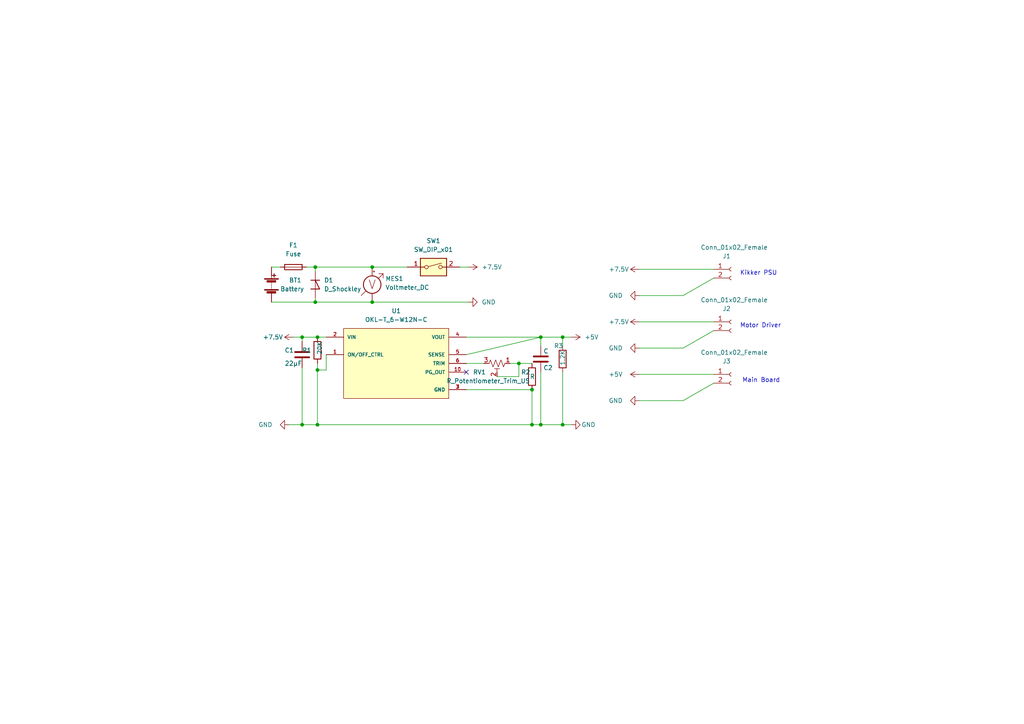
<source format=kicad_sch>
(kicad_sch (version 20211123) (generator eeschema)
  (paper "A4")
  (lib_symbols
    (symbol "Connector:Conn_01x02_Female" (pin_names (offset 1.016) hide)
      (property "Reference" "J" (at 0 2.54 0))
      (property "Value" "Conn_01x02_Female" (at 0 -5.08 0))
      (symbol "Conn_01x02_Female_1_1"
        (arc (start 0 -2.032) (mid -0.508 -2.54) (end 0 -3.048) (stroke (width 0.1524)))
        (polyline (pts (xy -1.27 -2.54) (xy -0.508 -2.54)) (stroke (width 0.1524)))
        (polyline (pts (xy -1.27 0) (xy -0.508 0)) (stroke (width 0.1524)))
        (arc (start 0 0.508) (mid -0.508 0) (end 0 -0.508) (stroke (width 0.1524)))
        (pin passive line (at -5.08 0 0) (length 3.81) (name "Pin_1") (number "1"))
        (pin passive line (at -5.08 -2.54 0) (length 3.81) (name "Pin_2") (number "2"))
      )
    )
    (symbol "Device:Battery" (pin_numbers hide) (pin_names (offset 0) hide)
      (property "Reference" "BT" (at 2.54 2.54 0))
      (property "Value" "Battery" (at 2.54 0 0))
      (symbol "Battery_0_1"
        (rectangle (start -2.032 -1.397) (end 2.032 -1.651) (fill (type outline)))
        (rectangle (start -2.032 1.778) (end 2.032 1.524) (fill (type outline)))
        (rectangle (start -1.3208 -1.9812) (end 1.27 -2.4892) (fill (type outline)))
        (rectangle (start -1.3208 1.1938) (end 1.27 0.6858) (fill (type outline)))
        (polyline (pts (xy 0 -1.524) (xy 0 -1.27)))
        (polyline (pts (xy 0 -1.016) (xy 0 -0.762)))
        (polyline (pts (xy 0 -0.508) (xy 0 -0.254)))
        (polyline (pts (xy 0 0) (xy 0 0.254)))
        (polyline (pts (xy 0 0.508) (xy 0 0.762)))
        (polyline (pts (xy 0 1.778) (xy 0 2.54)))
        (polyline (pts (xy 0.254 2.667) (xy 1.27 2.667)) (stroke (width 0.254)))
        (polyline (pts (xy 0.762 3.175) (xy 0.762 2.159)) (stroke (width 0.254)))
      )
      (symbol "Battery_1_1"
        (pin passive line (at 0 5.08 270) (length 2.54) (name "+") (number "1"))
        (pin passive line (at 0 -5.08 90) (length 2.54) (name "-") (number "2"))
      )
    )
    (symbol "Device:C" (pin_numbers hide) (pin_names (offset 0.254))
      (property "Reference" "C" (at 0.635 2.54 0))
      (property "Value" "C" (at 0.635 -2.54 0))
      (symbol "C_0_1"
        (polyline (pts (xy -2.032 -0.762) (xy 2.032 -0.762)) (stroke (width 0.508)))
        (polyline (pts (xy -2.032 0.762) (xy 2.032 0.762)) (stroke (width 0.508)))
      )
      (symbol "C_1_1"
        (pin passive line (at 0 3.81 270) (length 2.794) (name "~") (number "1"))
        (pin passive line (at 0 -3.81 90) (length 2.794) (name "~") (number "2"))
      )
    )
    (symbol "Device:D_Shockley" (pin_numbers hide) (pin_names (offset 1.016) hide)
      (property "Reference" "D" (at 0 2.54 0))
      (property "Value" "D_Shockley" (at 0 -2.54 0))
      (symbol "D_Shockley_0_1"
        (polyline (pts (xy -1.27 0) (xy 1.27 0)))
        (polyline (pts (xy -1.27 1.27) (xy -1.27 -1.27)) (stroke (width 0.254)))
        (polyline (pts (xy -1.27 0) (xy 1.27 1.27) (xy 1.27 -1.27)) (stroke (width 0.254)))
      )
      (symbol "D_Shockley_1_1"
        (pin passive line (at -3.81 0 0) (length 2.54) (name "K") (number "1"))
        (pin passive line (at 3.81 0 180) (length 2.54) (name "A") (number "2"))
      )
    )
    (symbol "Device:Fuse" (pin_numbers hide) (pin_names (offset 0))
      (property "Reference" "F" (at 2.032 0 90))
      (property "Value" "Fuse" (at -1.905 0 90))
      (symbol "Fuse_0_1"
        (rectangle (start -0.762 -2.54) (end 0.762 2.54) (stroke (width 0.254)))
        (polyline (pts (xy 0 2.54) (xy 0 -2.54)))
      )
      (symbol "Fuse_1_1"
        (pin passive line (at 0 3.81 270) (length 1.27) (name "~") (number "1"))
        (pin passive line (at 0 -3.81 90) (length 1.27) (name "~") (number "2"))
      )
    )
    (symbol "Device:R" (pin_numbers hide) (pin_names (offset 0))
      (property "Reference" "R" (at 2.032 0 90))
      (property "Value" "R" (at 0 0 90))
      (symbol "R_0_1"
        (rectangle (start -1.016 -2.54) (end 1.016 2.54) (stroke (width 0.254)))
      )
      (symbol "R_1_1"
        (pin passive line (at 0 3.81 270) (length 1.27) (name "~") (number "1"))
        (pin passive line (at 0 -3.81 90) (length 1.27) (name "~") (number "2"))
      )
    )
    (symbol "Device:R_Potentiometer_Trim_US" (pin_names (offset 1.016) hide)
      (property "Reference" "RV" (at -4.445 0 90))
      (property "Value" "R_Potentiometer_Trim_US" (at -2.54 0 90))
      (symbol "R_Potentiometer_Trim_US_0_1"
        (polyline (pts (xy 0 -2.286) (xy 0 -2.54)))
        (polyline (pts (xy 0 2.286) (xy 0 2.54)))
        (polyline (pts (xy 1.524 0.762) (xy 1.524 -0.762)))
        (polyline (pts (xy 2.54 0) (xy 1.524 0)))
        (polyline (pts (xy 0 -0.762) (xy 1.016 -1.143) (xy 0 -1.524) (xy -1.016 -1.905) (xy 0 -2.286)))
        (polyline (pts (xy 0 0.762) (xy 1.016 0.381) (xy 0 0) (xy -1.016 -0.381) (xy 0 -0.762)))
        (polyline (pts (xy 0 2.286) (xy 1.016 1.905) (xy 0 1.524) (xy -1.016 1.143) (xy 0 0.762)))
      )
      (symbol "R_Potentiometer_Trim_US_1_1"
        (pin passive line (at 0 3.81 270) (length 1.27) (name "1") (number "1"))
        (pin passive line (at 3.81 0 180) (length 1.27) (name "2") (number "2"))
        (pin passive line (at 0 -3.81 90) (length 1.27) (name "3") (number "3"))
      )
    )
    (symbol "Device:Voltmeter_DC" (pin_numbers hide) (pin_names (offset 0.0254) hide)
      (property "Reference" "MES" (at -3.302 1.016 0))
      (property "Value" "Voltmeter_DC" (at -3.302 -0.762 0))
      (symbol "Voltmeter_DC_0_0"
        (polyline (pts (xy -3.175 -3.175) (xy -1.905 -1.905)))
        (polyline (pts (xy 1.905 1.905) (xy 3.175 3.175)))
        (polyline (pts (xy 1.905 3.175) (xy 3.175 3.175) (xy 3.175 1.905)))
        (text "V" (at 0 0 0) (effects (font (size 2.54 2.54))))
      )
      (symbol "Voltmeter_DC_0_1"
        (polyline (pts (xy 0.254 3.81) (xy 0.762 3.81)))
        (polyline (pts (xy 0.508 4.064) (xy 0.508 3.556)))
        (circle (center 0 0) (radius 2.54) (stroke (width 0.254)))
      )
      (symbol "Voltmeter_DC_1_1"
        (pin passive line (at 0 -5.08 90) (length 2.54) (name "-") (number "1"))
        (pin passive line (at 0 5.08 270) (length 2.54) (name "+") (number "2"))
      )
    )
    (symbol "OKL-T_6-W12N-C:OKL-T_6-W12N-C" (pin_names (offset 1.016))
      (property "Reference" "U" (at -15.24 10.922 0))
      (property "Value" "OKL-T_6-W12N-C" (at -15.24 -12.7 0))
      (symbol "OKL-T_6-W12N-C_0_0"
        (rectangle (start -15.24 -10.16) (end 15.24 10.16) (stroke (width 0.1524)) (fill (type background)))
        (pin input line (at -20.32 2.54 0) (length 5.08) (name "ON/OFF_CTRL") (number "1"))
        (pin output line (at 20.32 -2.54 180) (length 5.08) (name "PG_OUT") (number "10"))
        (pin input line (at -20.32 7.62 0) (length 5.08) (name "VIN") (number "2"))
        (pin power_in line (at 20.32 -7.62 180) (length 5.08) (name "GND") (number "3"))
        (pin output line (at 20.32 7.62 180) (length 5.08) (name "VOUT") (number "4"))
        (pin input line (at 20.32 2.54 180) (length 5.08) (name "SENSE") (number "5"))
        (pin input line (at 20.32 0 180) (length 5.08) (name "TRIM") (number "6"))
        (pin power_in line (at 20.32 -7.62 180) (length 5.08) (name "GND") (number "7"))
      )
    )
    (symbol "Switch:SW_DIP_x01" (pin_names (offset 0) hide)
      (property "Reference" "SW" (at 0 3.81 0))
      (property "Value" "SW_DIP_x01" (at 0 -3.81 0))
      (symbol "SW_DIP_x01_0_0"
        (circle (center -2.032 0) (radius 0.508))
        (polyline (pts (xy -1.524 0.127) (xy 2.3622 1.1684)))
        (circle (center 2.032 0) (radius 0.508))
      )
      (symbol "SW_DIP_x01_0_1"
        (rectangle (start -3.81 2.54) (end 3.81 -2.54) (stroke (width 0.254)) (fill (type background)))
      )
      (symbol "SW_DIP_x01_1_1"
        (pin passive line (at -7.62 0 0) (length 5.08) (name "~") (number "1"))
        (pin passive line (at 7.62 0 180) (length 5.08) (name "~") (number "2"))
      )
    )
    (symbol "power:+5V" (power) (pin_names (offset 0))
      (property "Value" "+5V" (at 0 3.556 0))
      (symbol "+5V_0_1"
        (polyline (pts (xy -0.762 1.27) (xy 0 2.54)))
        (polyline (pts (xy 0 0) (xy 0 2.54)))
        (polyline (pts (xy 0 2.54) (xy 0.762 1.27)))
      )
      (symbol "+5V_1_1"
        (pin power_in line (at 0 0 90) (length 0) hide (name "+5V") (number "1"))
      )
    )
    (symbol "power:+7.5V" (power) (pin_names (offset 0))
      (property "Value" "+7.5V" (at 0 3.556 0))
      (symbol "+7.5V_0_1"
        (polyline (pts (xy -0.762 1.27) (xy 0 2.54)))
        (polyline (pts (xy 0 0) (xy 0 2.54)))
        (polyline (pts (xy 0 2.54) (xy 0.762 1.27)))
      )
      (symbol "+7.5V_1_1"
        (pin power_in line (at 0 0 90) (length 0) hide (name "+7.5V") (number "1"))
      )
    )
    (symbol "power:GND" (power) (pin_names (offset 0))
      (property "Value" "GND" (at 0 -3.81 0))
      (symbol "GND_0_1"
        (polyline (pts (xy 0 0) (xy 0 -1.27) (xy 1.27 -1.27) (xy 0 -2.54) (xy -1.27 -1.27) (xy 0 -1.27)))
      )
      (symbol "GND_1_1"
        (pin power_in line (at 0 0 270) (length 0) hide (name "GND") (number "1"))
      )
    )
  )
  (junction (at 87.63 97.79))
  (junction (at 91.44 87.63))
  (junction (at 150.495 105.41))
  (junction (at 92.075 123.19))
  (junction (at 163.195 123.19))
  (junction (at 92.075 107.315))
  (junction (at 154.305 123.19))
  (junction (at 92.075 97.79))
  (junction (at 154.305 113.03))
  (junction (at 107.95 77.47))
  (junction (at 91.44 77.47))
  (junction (at 107.95 87.63))
  (junction (at 163.195 97.79))
  (junction (at 156.845 123.19))
  (junction (at 87.63 123.19))
  (junction (at 156.845 97.79))
  (no_connect (at 135.255 107.95))
  (wire (pts (xy 185.42 93.345) (xy 207.01 93.345)))
  (wire (pts (xy 91.44 77.47) (xy 107.95 77.47)))
  (wire (pts (xy 163.195 97.79) (xy 163.195 100.33)))
  (wire (pts (xy 83.82 123.19) (xy 87.63 123.19)))
  (wire (pts (xy 135.255 102.87) (xy 156.845 97.79)))
  (wire (pts (xy 107.95 87.63) (xy 135.89 87.63)))
  (wire (pts (xy 163.195 123.19) (xy 165.735 123.19)))
  (wire (pts (xy 150.495 105.41) (xy 154.305 105.41)))
  (wire (pts (xy 78.74 87.63) (xy 91.44 87.63)))
  (wire (pts (xy 135.255 113.03) (xy 154.305 113.03)))
  (wire (pts (xy 156.845 123.19) (xy 163.195 123.19)))
  (wire (pts (xy 92.075 107.315) (xy 92.075 123.19)))
  (wire (pts (xy 91.44 86.36) (xy 91.44 87.63)))
  (wire (pts (xy 185.42 100.965) (xy 198.12 100.965)))
  (wire (pts (xy 92.075 97.79) (xy 94.615 97.79)))
  (wire (pts (xy 88.9 77.47) (xy 91.44 77.47)))
  (wire (pts (xy 150.495 109.22) (xy 150.495 105.41)))
  (wire (pts (xy 156.845 100.33) (xy 156.845 97.79)))
  (wire (pts (xy 154.305 113.03) (xy 154.305 123.19)))
  (wire (pts (xy 185.42 78.105) (xy 207.01 78.105)))
  (wire (pts (xy 163.195 107.95) (xy 163.195 123.19)))
  (wire (pts (xy 135.255 97.79) (xy 156.845 97.79)))
  (wire (pts (xy 78.74 77.47) (xy 81.28 77.47)))
  (wire (pts (xy 87.63 97.79) (xy 92.075 97.79)))
  (wire (pts (xy 92.075 105.41) (xy 92.075 107.315)))
  (wire (pts (xy 91.44 77.47) (xy 91.44 78.74)))
  (wire (pts (xy 135.255 105.41) (xy 140.335 105.41)))
  (wire (pts (xy 198.12 116.205) (xy 207.01 111.125)))
  (wire (pts (xy 94.615 102.87) (xy 94.615 107.315)))
  (wire (pts (xy 198.12 100.965) (xy 207.01 95.885)))
  (wire (pts (xy 156.845 107.95) (xy 156.845 123.19)))
  (wire (pts (xy 87.63 106.68) (xy 87.63 123.19)))
  (wire (pts (xy 185.42 116.205) (xy 198.12 116.205)))
  (wire (pts (xy 185.42 85.725) (xy 198.12 85.725)))
  (wire (pts (xy 87.63 123.19) (xy 92.075 123.19)))
  (wire (pts (xy 91.44 87.63) (xy 107.95 87.63)))
  (wire (pts (xy 87.63 99.06) (xy 87.63 97.79)))
  (wire (pts (xy 156.845 97.79) (xy 163.195 97.79)))
  (wire (pts (xy 85.09 97.79) (xy 87.63 97.79)))
  (wire (pts (xy 198.12 85.725) (xy 207.01 80.645)))
  (wire (pts (xy 107.95 77.47) (xy 118.11 77.47)))
  (wire (pts (xy 92.075 123.19) (xy 154.305 123.19)))
  (wire (pts (xy 133.35 77.47) (xy 135.89 77.47)))
  (wire (pts (xy 154.305 123.19) (xy 156.845 123.19)))
  (wire (pts (xy 94.615 107.315) (xy 92.075 107.315)))
  (wire (pts (xy 185.42 108.585) (xy 207.01 108.585)))
  (wire (pts (xy 144.145 109.22) (xy 150.495 109.22)))
  (wire (pts (xy 163.195 97.79) (xy 165.735 97.79)))
  (wire (pts (xy 147.955 105.41) (xy 150.495 105.41)))
  (text "Motor Driver" (at 214.63 95.25 0) (effects (font (size 1.27 1.27)) (justify left bottom)))
  (text "Kikker PSU" (at 214.63 80.01 0) (effects (font (size 1.27 1.27)) (justify left bottom)))
  (text "Main Board\n" (at 215.265 111.125 0) (effects (font (size 1.27 1.27)) (justify left bottom)))
  (symbol (lib_id "Device:C") (at 156.845 104.14 0) (unit 1)
    (property "Reference" "C2" (at 157.607 106.68 0) (effects (justify left)))
    (property "Value" "C" (at 157.607 101.854 0) (effects (justify left)))
    (property "Footprint" "Capacitor_THT:C_Disc_D5.1mm_W3.2mm_P5.00mm" (effects hide))
  )
  (symbol (lib_id "power:+5V") (at 185.42 108.585 90) (unit 1)
    (property "Reference" "#PWR011" (effects hide))
    (property "Value" "+5V" (at 176.53 108.585 90) (effects (justify right)))
  )
  (symbol (lib_id "power:GND") (at 165.735 123.19 90) (unit 1)
    (property "Reference" "#PWR06" (effects hide))
    (property "Value" "GND" (at 172.72 123.19 90) (effects (justify left)))
  )
  (symbol (lib_id "Device:R") (at 154.305 109.22 0) (unit 1)
    (property "Reference" "R2" (at 151.13 107.95 0) (effects (justify left)))
    (property "Value" "R" (at 153.67 109.22 0) (effects (justify left)))
    (property "Footprint" "Resistor_THT:R_Axial_DIN0204_L3.6mm_D1.6mm_P5.08mm_Horizontal" (effects hide))
  )
  (symbol (lib_id "power:GND") (at 135.89 87.63 90) (unit 1)
    (property "Reference" "#PWR04" (effects hide))
    (property "Value" "GND" (at 139.7 87.6299 90) (effects (justify right)))
  )
  (symbol (lib_id "power:+7.5V") (at 135.89 77.47 270) (unit 1)
    (property "Reference" "#PWR03" (effects hide))
    (property "Value" "+7.5V" (at 139.7 77.4699 90) (effects (justify left)))
  )
  (symbol (lib_id "power:GND") (at 185.42 100.965 270) (unit 1)
    (property "Reference" "#PWR010" (effects hide))
    (property "Value" "GND" (at 176.53 100.965 90) (effects (justify left)))
  )
  (symbol (lib_id "power:GND") (at 185.42 85.725 270) (unit 1)
    (property "Reference" "#PWR08" (effects hide))
    (property "Value" "GND" (at 176.53 85.725 90) (effects (justify left)))
  )
  (symbol (lib_id "Device:Voltmeter_DC") (at 107.95 82.55 0) (unit 1)
    (property "Reference" "MES1" (at 111.76 80.8354 0) (effects (justify left)))
    (property "Value" "Voltmeter_DC" (at 111.76 83.3754 0) (effects (justify left)))
    (property "Footprint" "Lib:voltage_counter" (effects hide))
  )
  (symbol (lib_id "Connector:Conn_01x02_Female") (at 212.09 78.105 0) (unit 1)
    (property "Reference" "J1" (at 209.55 74.295 0) (effects (justify left)))
    (property "Value" "Conn_01x02_Female" (at 203.2 71.755 0) (effects (justify left)))
    (property "Footprint" "Connector_JST:JST_XH_B2B-XH-A_1x02_P2.50mm_Vertical" (effects hide))
  )
  (symbol (lib_id "power:+7.5V") (at 185.42 78.105 90) (unit 1)
    (property "Reference" "#PWR07" (effects hide))
    (property "Value" "+7.5V" (at 176.53 78.105 90) (effects (justify right)))
  )
  (symbol (lib_id "Device:D_Shockley") (at 91.44 82.55 270) (unit 1)
    (property "Reference" "D1" (at 93.98 81.2799 90) (effects (justify left)))
    (property "Value" "D_Shockley" (at 93.98 83.8199 90) (effects (justify left)))
    (property "Footprint" "Diode_THT:D_5W_P12.70mm_Horizontal" (effects hide))
  )
  (symbol (lib_id "Switch:SW_DIP_x01") (at 125.73 77.47 0) (unit 1)
    (property "Reference" "SW1" (at 125.73 69.85 0))
    (property "Value" "SW_DIP_x01" (at 125.73 72.39 0))
    (property "Footprint" "Lib:DS-850k" (effects hide))
  )
  (symbol (lib_id "power:GND") (at 185.42 116.205 270) (unit 1)
    (property "Reference" "#PWR012" (effects hide))
    (property "Value" "GND" (at 176.53 116.205 90) (effects (justify left)))
  )
  (symbol (lib_id "power:+7.5V") (at 185.42 93.345 90) (unit 1)
    (property "Reference" "#PWR09" (effects hide))
    (property "Value" "+7.5V" (at 176.53 93.345 90) (effects (justify right)))
  )
  (symbol (lib_id "Connector:Conn_01x02_Female") (at 212.09 108.585 0) (unit 1)
    (property "Reference" "J3" (at 209.55 104.775 0) (effects (justify left)))
    (property "Value" "Conn_01x02_Female" (at 203.2 102.235 0) (effects (justify left)))
    (property "Footprint" "Connector_JST:JST_XH_B2B-XH-A_1x02_P2.50mm_Vertical" (effects hide))
  )
  (symbol (lib_id "Device:Fuse") (at 85.09 77.47 90) (unit 1)
    (property "Reference" "F1" (at 85.09 71.12 90))
    (property "Value" "Fuse" (at 85.09 73.66 90))
    (property "Footprint" "Lib:fuse_socket" (effects hide))
  )
  (symbol (lib_id "Connector:Conn_01x02_Female") (at 212.09 93.345 0) (unit 1)
    (property "Reference" "J2" (at 209.55 89.535 0) (effects (justify left)))
    (property "Value" "Conn_01x02_Female" (at 203.2 86.995 0) (effects (justify left)))
    (property "Footprint" "Connector_JST:JST_XH_B2B-XH-A_1x02_P2.50mm_Vertical" (effects hide))
  )
  (symbol (lib_id "Device:C") (at 87.63 102.87 0) (unit 1)
    (property "Reference" "C1" (at 82.55 101.6 0) (effects (justify left)))
    (property "Value" "22μF" (at 82.55 105.41 0) (effects (justify left)))
    (property "Footprint" "Capacitor_THT:C_Disc_D5.1mm_W3.2mm_P5.00mm" (effects hide))
  )
  (symbol (lib_id "Device:R") (at 92.075 101.6 0) (unit 1)
    (property "Reference" "R1" (at 87.63 101.6 0) (effects (justify left)))
    (property "Value" "20K" (at 92.71 102.87 90) (effects (justify left)))
    (property "Footprint" "Resistor_THT:R_Axial_DIN0204_L3.6mm_D1.6mm_P5.08mm_Horizontal" (effects hide))
  )
  (symbol (lib_id "Device:R_Potentiometer_Trim_US") (at 144.145 105.41 270) (unit 1)
    (property "Reference" "RV1" (at 139.065 107.95 90))
    (property "Value" "R_Potentiometer_Trim_US" (at 141.605 110.49 90))
    (property "Footprint" "Potentiometer_THT:Potentiometer_Bourns_3296W_Vertical" (effects hide))
  )
  (symbol (lib_id "Device:Battery") (at 78.74 82.55 0) (unit 1)
    (property "Reference" "BT1" (at 83.82 81.28 0) (effects (justify left)))
    (property "Value" "Battery" (at 81.28 83.82 0) (effects (justify left)))
    (property "Footprint" "Connector_JST:JST_VH_B2P-VH-B_1x02_P3.96mm_Vertical" (effects hide))
  )
  (symbol (lib_id "power:+5V") (at 165.735 97.79 270) (unit 1)
    (property "Reference" "#PWR05" (effects hide))
    (property "Value" "+5V" (at 169.545 97.7899 90) (effects (justify left)))
  )
  (symbol (lib_id "OKL-T_6-W12N-C:OKL-T_6-W12N-C") (at 114.935 105.41 0) (unit 1)
    (property "Reference" "U1" (at 114.935 90.17 0))
    (property "Value" "OKL-T_6-W12N-C" (at 114.935 92.71 0))
    (property "Footprint" "Lib:DCDC-murata-6A" (effects hide))
  )
  (symbol (lib_id "power:GND") (at 83.82 123.19 270) (unit 1)
    (property "Reference" "#PWR01" (effects hide))
    (property "Value" "GND" (at 74.93 123.19 90) (effects (justify left)))
  )
  (symbol (lib_id "Device:R") (at 163.195 104.14 0) (unit 1)
    (property "Reference" "R3" (at 160.655 100.33 0) (effects (justify left)))
    (property "Value" "1.2K" (at 163.195 106.045 90) (effects (justify left)))
    (property "Footprint" "Resistor_THT:R_Axial_DIN0204_L3.6mm_D1.6mm_P5.08mm_Horizontal" (effects hide))
  )
  (symbol (lib_id "power:+7.5V") (at 85.09 97.79 90) (unit 1)
    (property "Reference" "#PWR02" (effects hide))
    (property "Value" "+7.5V" (at 76.2 97.79 90) (effects (justify right)))
  )
)
</source>
